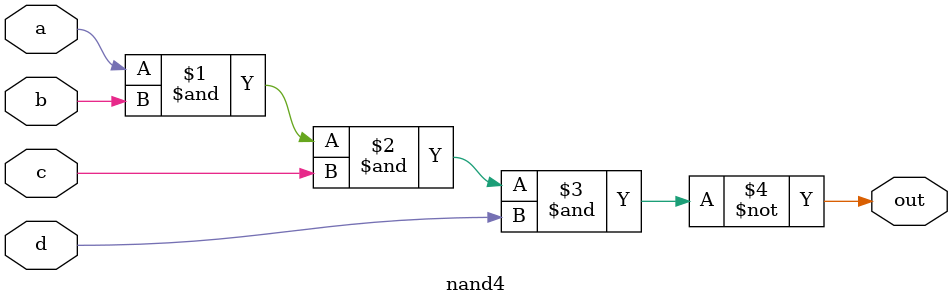
<source format=v>
`timescale 1ns/1ps

module nand4(a, b, c, d, out);
input a, b, c, d;
output out;
assign out = ~(a & b & c & d);
endmodule

</source>
